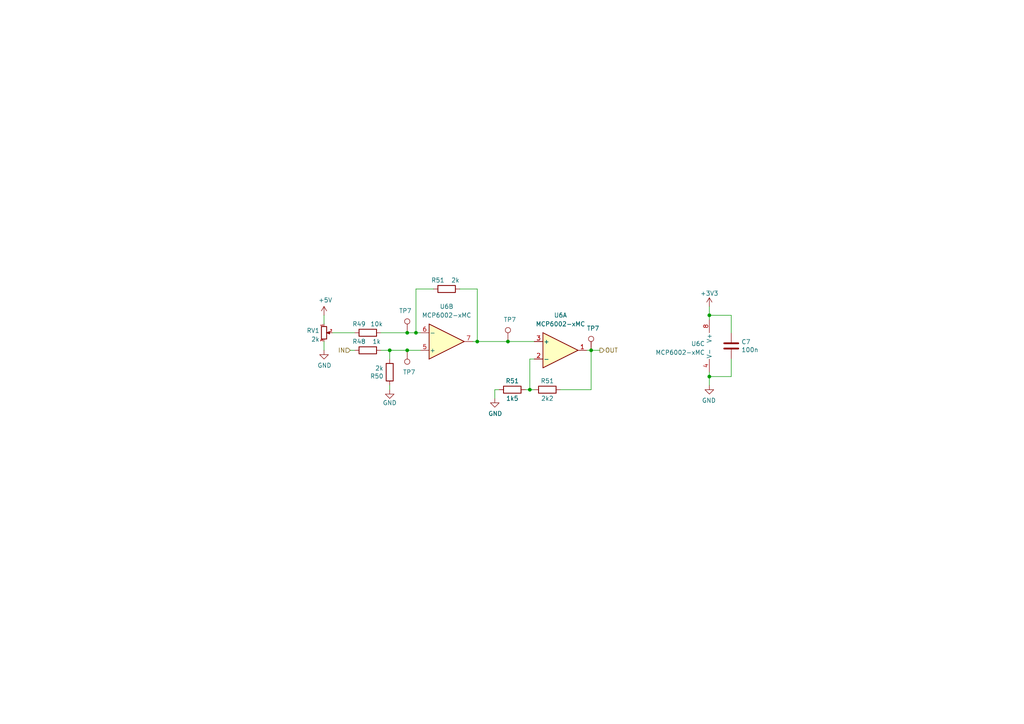
<source format=kicad_sch>
(kicad_sch (version 20230121) (generator eeschema)
  (paper "A4")
  (title_block (date "2023-06-30") (rev "2.0") (company "S. Sambor") (comment 1 "J. Jurczak") (comment 2 "P. Gawron") (comment 3 "I. Kajdan"))
  (lib_symbols
    (symbol "Amplifier_Operational:MCP6002-xMC" (pin_names (offset 0.127))
      (property "Reference" "U" (at 0 5.08 0))
      (property "Value" "MCP6002-xMC" (at 0 -5.08 0))
      (symbol "MCP6002-xMC_1_1"
        (polyline (pts (xy -5.08 5.08) (xy 5.08 0) (xy -5.08 -5.08) (xy -5.08 5.08)) (stroke (width 0.254)) (fill (type background)))
        (pin output line (at 7.62 0 180) (length 2.54) (name "~") (number "1"))
        (pin input line (at -7.62 -2.54 0) (length 2.54) (name "-") (number "2"))
        (pin input line (at -7.62 2.54 0) (length 2.54) (name "+") (number "3"))
      )
      (symbol "MCP6002-xMC_2_1"
        (polyline (pts (xy -5.08 5.08) (xy 5.08 0) (xy -5.08 -5.08) (xy -5.08 5.08)) (stroke (width 0.254)) (fill (type background)))
        (pin input line (at -7.62 2.54 0) (length 2.54) (name "+") (number "5"))
        (pin input line (at -7.62 -2.54 0) (length 2.54) (name "-") (number "6"))
        (pin output line (at 7.62 0 180) (length 2.54) (name "~") (number "7"))
      )
      (symbol "MCP6002-xMC_3_1"
        (pin power_in line (at -2.54 -7.62 90) (length 3.81) (name "V-") (number "4"))
        (pin power_in line (at -2.54 7.62 270) (length 3.81) (name "V+") (number "8"))
        (pin passive line (at -2.54 -7.62 90) (length 3.81) hide (name "V-") (number "9"))
      )
    )
    (symbol "Connector:TestPoint" (pin_numbers hide) (pin_names (offset 0.762) hide)
      (property "Reference" "TP" (at 0 6.858 0))
      (property "Value" "TestPoint" (at 0 5.08 0))
      (symbol "TestPoint_0_1"
        (circle (center 0 3.302) (radius 0.762))
      )
      (symbol "TestPoint_1_1"
        (pin passive line (at 0 0 90) (length 2.54) (name "1") (number "1"))
      )
    )
    (symbol "Device:C" (pin_numbers hide) (pin_names (offset 0.254))
      (property "Reference" "C" (at 0.635 2.54 0))
      (property "Value" "C" (at 0.635 -2.54 0))
      (symbol "C_0_1"
        (polyline (pts (xy -2.032 -0.762) (xy 2.032 -0.762)) (stroke (width 0.508)))
        (polyline (pts (xy -2.032 0.762) (xy 2.032 0.762)) (stroke (width 0.508)))
      )
      (symbol "C_1_1"
        (pin passive line (at 0 3.81 270) (length 2.794) (name "~") (number "1"))
        (pin passive line (at 0 -3.81 90) (length 2.794) (name "~") (number "2"))
      )
    )
    (symbol "Device:R" (pin_numbers hide) (pin_names (offset 0))
      (property "Reference" "R" (at 2.032 0 90))
      (property "Value" "R" (at 0 0 90))
      (symbol "R_0_1"
        (rectangle (start -1.016 -2.54) (end 1.016 2.54) (stroke (width 0.254)))
      )
      (symbol "R_1_1"
        (pin passive line (at 0 3.81 270) (length 1.27) (name "~") (number "1"))
        (pin passive line (at 0 -3.81 90) (length 1.27) (name "~") (number "2"))
      )
    )
    (symbol "Device:R_Potentiometer_Small" (pin_names (offset 1.016) hide)
      (property "Reference" "RV" (at -4.445 0 90))
      (property "Value" "R_Potentiometer_Small" (at -2.54 0 90))
      (symbol "R_Potentiometer_Small_0_1"
        (polyline (pts (xy 0.889 0) (xy 0.635 0) (xy 1.651 0.381) (xy 1.651 -0.381) (xy 0.635 0) (xy 0.889 0)) (fill (type outline)))
        (rectangle (start 0.762 1.8034) (end -0.762 -1.8034) (stroke (width 0.254)))
      )
      (symbol "R_Potentiometer_Small_1_1"
        (pin passive line (at 0 2.54 270) (length 0.635) (name "1") (number "1"))
        (pin passive line (at 2.54 0 180) (length 0.9906) (name "2") (number "2"))
        (pin passive line (at 0 -2.54 90) (length 0.635) (name "3") (number "3"))
      )
    )
    (symbol "power:+3V3" (power) (pin_names (offset 0))
      (property "Value" "+3V3" (at 0 3.556 0))
      (symbol "+3V3_0_1"
        (polyline (pts (xy -0.762 1.27) (xy 0 2.54)))
        (polyline (pts (xy 0 0) (xy 0 2.54)))
        (polyline (pts (xy 0 2.54) (xy 0.762 1.27)))
      )
      (symbol "+3V3_1_1"
        (pin power_in line (at 0 0 90) (length 0) hide (name "+3V3") (number "1"))
      )
    )
    (symbol "power:+5V" (power) (pin_names (offset 0))
      (property "Value" "+5V" (at 0 3.556 0))
      (symbol "+5V_0_1"
        (polyline (pts (xy -0.762 1.27) (xy 0 2.54)))
        (polyline (pts (xy 0 0) (xy 0 2.54)))
        (polyline (pts (xy 0 2.54) (xy 0.762 1.27)))
      )
      (symbol "+5V_1_1"
        (pin power_in line (at 0 0 90) (length 0) hide (name "+5V") (number "1"))
      )
    )
    (symbol "power:GND" (power) (pin_names (offset 0))
      (property "Value" "GND" (at 0 -3.81 0))
      (symbol "GND_0_1"
        (polyline (pts (xy 0 0) (xy 0 -1.27) (xy 1.27 -1.27) (xy 0 -2.54) (xy -1.27 -1.27) (xy 0 -1.27)))
      )
      (symbol "GND_1_1"
        (pin power_in line (at 0 0 270) (length 0) hide (name "GND") (number "1"))
      )
    )
  )
  (junction (at 205.74 91.44))
  (junction (at 153.67 113.03))
  (junction (at 205.74 109.22))
  (junction (at 171.45 101.6))
  (junction (at 118.11 101.6))
  (junction (at 138.43 99.06))
  (junction (at 120.65 96.52))
  (junction (at 118.11 96.52))
  (junction (at 113.03 101.6))
  (junction (at 147.32 99.06))
  (wire (pts (xy 171.45 101.6) (xy 173.99 101.6)))
  (wire (pts (xy 205.74 109.22) (xy 205.74 107.95)))
  (wire (pts (xy 147.32 99.06) (xy 154.94 99.06)))
  (wire (pts (xy 118.11 101.6) (xy 113.03 101.6)))
  (wire (pts (xy 162.56 113.03) (xy 171.45 113.03)))
  (wire (pts (xy 120.65 96.52) (xy 121.92 96.52)))
  (wire (pts (xy 102.87 101.6) (xy 101.6 101.6)))
  (wire (pts (xy 205.74 111.76) (xy 205.74 109.22)))
  (wire (pts (xy 205.74 88.9) (xy 205.74 91.44)))
  (wire (pts (xy 205.74 109.22) (xy 212.09 109.22)))
  (wire (pts (xy 138.43 99.06) (xy 147.32 99.06)))
  (wire (pts (xy 96.52 96.52) (xy 102.87 96.52)))
  (wire (pts (xy 143.51 113.03) (xy 144.78 113.03)))
  (wire (pts (xy 110.49 101.6) (xy 113.03 101.6)))
  (wire (pts (xy 153.67 104.14) (xy 153.67 113.03)))
  (wire (pts (xy 93.98 99.06) (xy 93.98 101.6)))
  (wire (pts (xy 152.4 113.03) (xy 153.67 113.03)))
  (wire (pts (xy 138.43 99.06) (xy 137.16 99.06)))
  (wire (pts (xy 118.11 101.6) (xy 121.92 101.6)))
  (wire (pts (xy 171.45 101.6) (xy 171.45 113.03)))
  (wire (pts (xy 153.67 113.03) (xy 154.94 113.03)))
  (wire (pts (xy 113.03 111.76) (xy 113.03 113.03)))
  (wire (pts (xy 205.74 91.44) (xy 205.74 92.71)))
  (wire (pts (xy 125.73 83.82) (xy 120.65 83.82)))
  (wire (pts (xy 170.18 101.6) (xy 171.45 101.6)))
  (wire (pts (xy 212.09 91.44) (xy 205.74 91.44)))
  (wire (pts (xy 138.43 83.82) (xy 138.43 99.06)))
  (wire (pts (xy 118.11 96.52) (xy 120.65 96.52)))
  (wire (pts (xy 212.09 96.52) (xy 212.09 91.44)))
  (wire (pts (xy 120.65 83.82) (xy 120.65 96.52)))
  (wire (pts (xy 212.09 104.14) (xy 212.09 109.22)))
  (wire (pts (xy 113.03 104.14) (xy 113.03 101.6)))
  (wire (pts (xy 93.98 91.44) (xy 93.98 93.98)))
  (wire (pts (xy 153.67 104.14) (xy 154.94 104.14)))
  (wire (pts (xy 110.49 96.52) (xy 118.11 96.52)))
  (wire (pts (xy 138.43 83.82) (xy 133.35 83.82)))
  (wire (pts (xy 143.51 115.57) (xy 143.51 113.03)))
  (hierarchical_label "IN" (shape input) (at 101.6 101.6 180))
  (hierarchical_label "OUT" (shape output) (at 173.99 101.6 0))
  (symbol (lib_id "power:+5V") (at 93.98 91.44 0) (unit 1)
    (property "Reference" "#PWR046" (effects hide))
    (property "Value" "+5V" (at 94.361 87.0458 0))
    (instances (project "karta_pomiarowa_v2" (path "" (reference "#PWR046") (unit 1)) (path "" (reference "#PWR096") (unit 1))) (project "PUTM_EV_Frontbox_2023" (path "" (reference "#PWR023") (unit 1))) (project "apps" (path "" (reference "#PWR030") (unit 1)) (path "" (reference "#PWR057") (unit 1))))
  )
  (symbol (lib_id "Device:R") (at 148.59 113.03 270) (unit 1)
    (property "Reference" "R51" (at 148.59 110.49 90))
    (property "Value" "1k5" (at 148.59 115.57 90))
    (property "Footprint" "Resistor_SMD:R_0603_1608Metric_Pad0.98x0.95mm_HandSolder" (effects hide))
    (instances (project "karta_pomiarowa_v2" (path "" (reference "R51") (unit 1)) (path "" (reference "R59") (unit 1))) (project "PUTM_EV_Frontbox_2023" (path "" (reference "R51") (unit 1))) (project "apps" (path "" (reference "R27") (unit 1)) (path "" (reference "R40") (unit 1))))
  )
  (symbol (lib_id "power:GND") (at 143.51 115.57 0) (unit 1)
    (property "Reference" "#PWR060" (effects hide))
    (property "Value" "GND" (at 143.637 119.9642 0))
    (instances (project "karta_pomiarowa_v2" (path "" (reference "#PWR060") (unit 1)) (path "" (reference "#PWR0119") (unit 1))) (project "PUTM_EV_Frontbox_2023" (path "" (reference "#PWR0106") (unit 1))) (project "apps" (path "" (reference "#PWR033") (unit 1)) (path "" (reference "#PWR060") (unit 1))))
  )
  (symbol (lib_id "Connector:TestPoint") (at 118.11 101.6 0) (mirror x) (unit 1)
    (property "Reference" "TP7" (at 116.84 107.95 0) (effects (justify left)))
    (property "Value" "BR_P" (effects hide))
    (property "Footprint" "TestPoint:TestPoint_Pad_D1.0mm" (effects hide))
    (instances (project "apps" (path "" (reference "TP7") (unit 1)) (path "" (reference "TP9") (unit 1)) (path "" (reference "TP13") (unit 1))))
  )
  (symbol (lib_id "Device:R") (at 158.75 113.03 270) (unit 1)
    (property "Reference" "R51" (at 158.75 110.49 90))
    (property "Value" "2k2" (at 158.75 115.57 90))
    (property "Footprint" "Resistor_SMD:R_0603_1608Metric_Pad0.98x0.95mm_HandSolder" (effects hide))
    (instances (project "karta_pomiarowa_v2" (path "" (reference "R51") (unit 1)) (path "" (reference "R59") (unit 1))) (project "PUTM_EV_Frontbox_2023" (path "" (reference "R51") (unit 1))) (project "apps" (path "" (reference "R28") (unit 1)) (path "" (reference "R41") (unit 1))))
  )
  (symbol (lib_id "Device:R") (at 106.68 96.52 270) (unit 1)
    (property "Reference" "R49" (at 104.14 93.98 90))
    (property "Value" "10k" (at 109.22 93.98 90))
    (property "Footprint" "Resistor_SMD:R_0603_1608Metric_Pad0.98x0.95mm_HandSolder" (effects hide))
    (instances (project "karta_pomiarowa_v2" (path "" (reference "R49") (unit 1)) (path "" (reference "R57") (unit 1))) (project "PUTM_EV_Frontbox_2023" (path "" (reference "R7") (unit 1))) (project "apps" (path "" (reference "R24") (unit 1)) (path "" (reference "R37") (unit 1))))
  )
  (symbol (lib_id "Device:C") (at 212.09 100.33 0) (unit 1)
    (property "Reference" "C7" (at 215.011 99.1616 0) (effects (justify left)))
    (property "Value" "100n" (at 215.011 101.473 0) (effects (justify left)))
    (property "Footprint" "Capacitor_SMD:C_0603_1608Metric_Pad1.08x0.95mm_HandSolder" (effects hide))
    (instances (project "apps" (path "" (reference "C7") (unit 1)) (path "" (reference "C21") (unit 1)) (path "" (reference "C29") (unit 1))))
  )
  (symbol (lib_id "power:GND") (at 93.98 101.6 0) (unit 1)
    (property "Reference" "#PWR047" (effects hide))
    (property "Value" "GND" (at 94.107 105.9942 0))
    (instances (project "karta_pomiarowa_v2" (path "" (reference "#PWR047") (unit 1)) (path "" (reference "#PWR097") (unit 1))) (project "PUTM_EV_Frontbox_2023" (path "" (reference "#PWR024") (unit 1))) (project "apps" (path "" (reference "#PWR031") (unit 1)) (path "" (reference "#PWR058") (unit 1))))
  )
  (symbol (lib_id "Connector:TestPoint") (at 171.45 101.6 0) (unit 1)
    (property "Reference" "TP7" (at 170.18 95.25 0) (effects (justify left)))
    (property "Value" "BR_OUT" (effects hide))
    (property "Footprint" "TestPoint:TestPoint_Pad_D1.0mm" (effects hide))
    (instances (project "apps" (path "" (reference "TP7") (unit 1)) (path "" (reference "TP12") (unit 1)) (path "" (reference "TP16") (unit 1))))
  )
  (symbol (lib_id "Device:R") (at 113.03 107.95 180) (unit 1)
    (property "Reference" "R50" (at 111.252 109.1184 0) (effects (justify left)))
    (property "Value" "2k" (at 111.252 106.807 0) (effects (justify left)))
    (property "Footprint" "Resistor_SMD:R_0603_1608Metric_Pad0.98x0.95mm_HandSolder" (effects hide))
    (instances (project "karta_pomiarowa_v2" (path "" (reference "R50") (unit 1)) (path "" (reference "R58") (unit 1))) (project "PUTM_EV_Frontbox_2023" (path "" (reference "R8") (unit 1))) (project "apps" (path "" (reference "R25") (unit 1)) (path "" (reference "R38") (unit 1))))
  )
  (symbol (lib_id "Device:R") (at 106.68 101.6 270) (mirror x) (unit 1)
    (property "Reference" "R48" (at 104.14 99.06 90))
    (property "Value" "1k" (at 109.22 99.06 90))
    (property "Footprint" "Resistor_SMD:R_0603_1608Metric_Pad0.98x0.95mm_HandSolder" (effects hide))
    (instances (project "karta_pomiarowa_v2" (path "" (reference "R48") (unit 1)) (path "" (reference "R56") (unit 1))) (project "PUTM_EV_Frontbox_2023" (path "" (reference "R6") (unit 1))) (project "apps" (path "" (reference "R23") (unit 1)) (path "" (reference "R36") (unit 1))))
  )
  (symbol (lib_id "Device:R_Potentiometer_Small") (at 93.98 96.52 0) (unit 1)
    (property "Reference" "RV1" (at 92.71 95.885 0) (effects (justify right)))
    (property "Value" "2k" (at 92.71 98.425 0) (effects (justify right)))
    (property "Footprint" "Potentiometer_SMD:Potentiometer_Bourns_3214J_Horizontal" (effects hide))
    (instances (project "apps" (path "" (reference "RV1") (unit 1)) (path "" (reference "RV3") (unit 1)) (path "" (reference "RV4") (unit 1))))
  )
  (symbol (lib_id "Device:R") (at 129.54 83.82 270) (unit 1)
    (property "Reference" "R51" (at 127 81.28 90))
    (property "Value" "2k" (at 132.08 81.28 90))
    (property "Footprint" "Resistor_SMD:R_0603_1608Metric_Pad0.98x0.95mm_HandSolder" (effects hide))
    (instances (project "karta_pomiarowa_v2" (path "" (reference "R51") (unit 1)) (path "" (reference "R59") (unit 1))) (project "PUTM_EV_Frontbox_2023" (path "" (reference "R51") (unit 1))) (project "apps" (path "" (reference "R26") (unit 1)) (path "" (reference "R39") (unit 1))))
  )
  (symbol (lib_id "Amplifier_Operational:MCP6002-xMC") (at 162.56 101.6 0) (unit 1)
    (property "Reference" "U6" (at 162.56 91.44 0))
    (property "Value" "MCP6002-xMC" (at 162.56 93.98 0))
    (property "Footprint" "Package_DFN_QFN:DFN-8-1EP_3x2mm_P0.5mm_EP1.7x1.4mm" (effects hide))
    (property "Datasheet" "https://www.tme.eu/Document/c98656c49a036767b89c9bb93e3dda4a/mcp6001_2_4.pdf" (effects hide))
    (instances (project "apps" (path "" (reference "U6") (unit 1)) (path "" (reference "U11") (unit 1))))
  )
  (symbol (lib_id "Amplifier_Operational:MCP6002-xMC") (at 203.2 100.33 0) (mirror y) (unit 3)
    (property "Reference" "U6" (at 204.47 99.695 0) (effects (justify left)))
    (property "Value" "MCP6002-xMC" (at 204.47 102.235 0) (effects (justify left)))
    (property "Footprint" "Package_DFN_QFN:DFN-8-1EP_3x2mm_P0.5mm_EP1.7x1.4mm" (effects hide))
    (property "Datasheet" "https://www.tme.eu/Document/c98656c49a036767b89c9bb93e3dda4a/mcp6001_2_4.pdf" (effects hide))
    (instances (project "apps" (path "" (reference "U6") (unit 3)) (path "" (reference "U11") (unit 3))))
  )
  (symbol (lib_id "Connector:TestPoint") (at 147.32 99.06 0) (unit 1)
    (property "Reference" "TP7" (at 146.05 92.71 0) (effects (justify left)))
    (property "Value" "BR_MID" (effects hide))
    (property "Footprint" "TestPoint:TestPoint_Pad_D1.0mm" (effects hide))
    (instances (project "apps" (path "" (reference "TP7") (unit 1)) (path "" (reference "TP11") (unit 1)) (path "" (reference "TP15") (unit 1))))
  )
  (symbol (lib_id "power:+3V3") (at 205.74 88.9 0) (unit 1)
    (property "Reference" "#PWR062" (effects hide))
    (property "Value" "+3V3" (at 205.74 85.09 0))
    (instances (project "apps" (path "" (reference "#PWR062") (unit 1)) (path "" (reference "#PWR069") (unit 1)) (path "" (reference "#PWR070") (unit 1))))
  )
  (symbol (lib_id "Amplifier_Operational:MCP6002-xMC") (at 129.54 99.06 0) (mirror x) (unit 2)
    (property "Reference" "U6" (at 129.54 88.9 0))
    (property "Value" "MCP6002-xMC" (at 129.54 91.44 0))
    (property "Footprint" "Package_DFN_QFN:DFN-8-1EP_3x2mm_P0.5mm_EP1.7x1.4mm" (effects hide))
    (property "Datasheet" "https://www.tme.eu/Document/c98656c49a036767b89c9bb93e3dda4a/mcp6001_2_4.pdf" (effects hide))
    (instances (project "apps" (path "" (reference "U6") (unit 2)) (path "" (reference "U11") (unit 2))))
  )
  (symbol (lib_id "power:GND") (at 205.74 111.76 0) (mirror y) (unit 1)
    (property "Reference" "#PWR060" (effects hide))
    (property "Value" "GND" (at 205.613 116.1542 0))
    (instances (project "karta_pomiarowa_v2" (path "" (reference "#PWR060") (unit 1)) (path "" (reference "#PWR0119") (unit 1))) (project "PUTM_EV_Frontbox_2023" (path "" (reference "#PWR0106") (unit 1))) (project "apps" (path "" (reference "#PWR034") (unit 1)) (path "" (reference "#PWR061") (unit 1))))
  )
  (symbol (lib_id "power:GND") (at 113.03 113.03 0) (mirror y) (unit 1)
    (property "Reference" "#PWR048" (effects hide))
    (property "Value" "GND" (at 113.03 116.84 0))
    (instances (project "karta_pomiarowa_v2" (path "" (reference "#PWR048") (unit 1)) (path "" (reference "#PWR098") (unit 1))) (project "PUTM_EV_Frontbox_2023" (path "" (reference "#PWR031") (unit 1))) (project "apps" (path "" (reference "#PWR032") (unit 1)) (path "" (reference "#PWR059") (unit 1))))
  )
  (symbol (lib_id "Connector:TestPoint") (at 118.11 96.52 0) (mirror y) (unit 1)
    (property "Reference" "TP7" (at 119.38 90.17 0) (effects (justify left)))
    (property "Value" "BR_N" (effects hide))
    (property "Footprint" "TestPoint:TestPoint_Pad_D1.0mm" (effects hide))
    (instances (project "apps" (path "" (reference "TP7") (unit 1)) (path "" (reference "TP10") (unit 1)) (path "" (reference "TP14") (unit 1))))
  )
)
</source>
